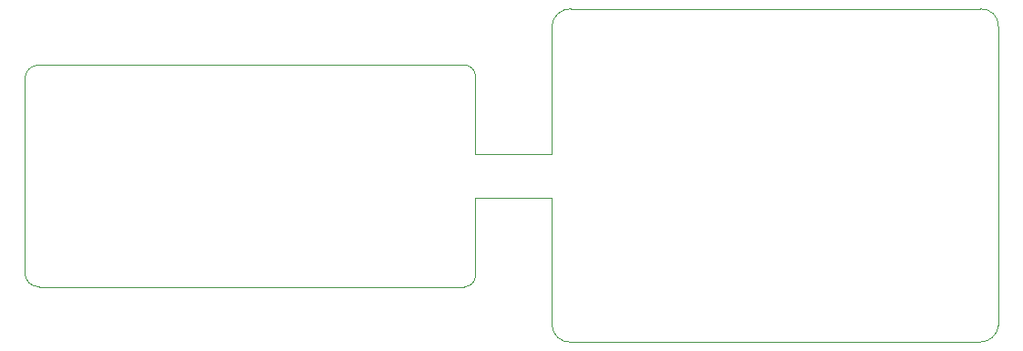
<source format=gm1>
%TF.GenerationSoftware,KiCad,Pcbnew,7.0.6*%
%TF.CreationDate,2023-07-09T03:14:25+08:00*%
%TF.ProjectId,UINIO-DAP-Link,55494e49-4f2d-4444-9150-2d4c696e6b2e,Version 3.3.0*%
%TF.SameCoordinates,Original*%
%TF.FileFunction,Profile,NP*%
%FSLAX46Y46*%
G04 Gerber Fmt 4.6, Leading zero omitted, Abs format (unit mm)*
G04 Created by KiCad (PCBNEW 7.0.6) date 2023-07-09 03:14:25*
%MOMM*%
%LPD*%
G01*
G04 APERTURE LIST*
%TA.AperFunction,Profile*%
%ADD10C,0.100000*%
%TD*%
G04 APERTURE END LIST*
D10*
X104029997Y-97100055D02*
G75*
G03*
X102680000Y-98350000I-68197J-1280345D01*
G01*
X193084000Y-93520000D02*
X193084000Y-121270000D01*
X144520000Y-105340000D02*
X144520000Y-101750000D01*
X104030000Y-117700000D02*
X143470000Y-117700000D01*
X144520009Y-98110000D02*
G75*
G03*
X143420000Y-97100001I-1050409J-40000D01*
G01*
X151620000Y-101750000D02*
X151620000Y-93499000D01*
X144520000Y-109460000D02*
X151620000Y-109460000D01*
X193083967Y-93519999D02*
G75*
G03*
X191410000Y-91884000I-1587467J50099D01*
G01*
X151620000Y-109460000D02*
X151620000Y-114620000D01*
X143469999Y-117700054D02*
G75*
G03*
X144519999Y-116610000I25001J1026654D01*
G01*
X191370000Y-122834026D02*
G75*
G03*
X193084000Y-121270000I3800J1717026D01*
G01*
X144520000Y-109460000D02*
X144520000Y-114620000D01*
X144520000Y-98110000D02*
X144520000Y-101750000D01*
X153410000Y-91884000D02*
X191410000Y-91884000D01*
X151620000Y-114620000D02*
X151620000Y-121249000D01*
X102680000Y-116350000D02*
G75*
G03*
X104030000Y-117700000I1286300J-63700D01*
G01*
X144520000Y-116610000D02*
X144520000Y-114620000D01*
X104030000Y-97100000D02*
X143420000Y-97100000D01*
X153370000Y-122834000D02*
X191370000Y-122834000D01*
X151620010Y-121248999D02*
G75*
G03*
X153370000Y-122833999I1667590J82599D01*
G01*
X102680000Y-98350000D02*
X102680000Y-116350000D01*
X151620000Y-105340000D02*
X144520000Y-105340000D01*
X151620000Y-105340000D02*
X151620000Y-101750000D01*
X153410002Y-91883957D02*
G75*
G03*
X151620001Y-93499000I-72302J-1719343D01*
G01*
M02*

</source>
